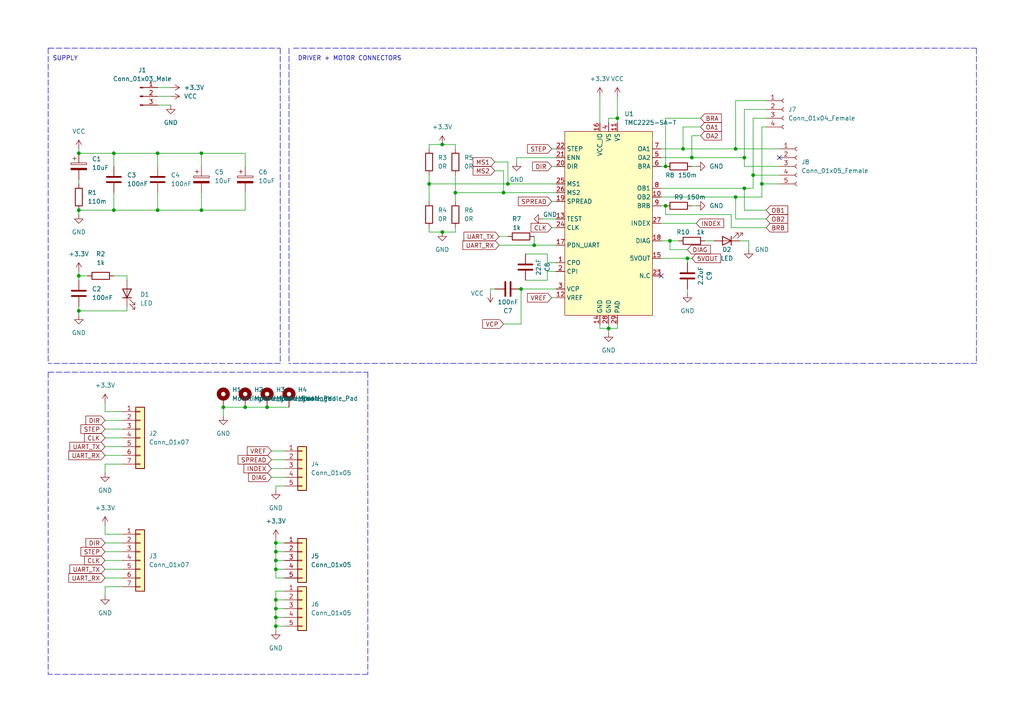
<source format=kicad_sch>
(kicad_sch (version 20211123) (generator eeschema)
  (paper "A4")
  (lib_symbols
    (symbol "Connector:Conn_01x03_Male" (pin_names (offset 1.016) hide)
      (property "Reference" "J" (at 0 5.08 0))
      (property "Value" "Conn_01x03_Male" (at 0 -5.08 0))
      (symbol "Conn_01x03_Male_1_1"
        (polyline (pts (xy 1.27 -2.54) (xy 0.8636 -2.54)) (stroke (width 0.1524)))
        (polyline (pts (xy 1.27 0) (xy 0.8636 0)) (stroke (width 0.1524)))
        (polyline (pts (xy 1.27 2.54) (xy 0.8636 2.54)) (stroke (width 0.1524)))
        (rectangle (start 0.8636 -2.413) (end 0 -2.667) (stroke (width 0.1524)) (fill (type outline)))
        (rectangle (start 0.8636 0.127) (end 0 -0.127) (stroke (width 0.1524)) (fill (type outline)))
        (rectangle (start 0.8636 2.667) (end 0 2.413) (stroke (width 0.1524)) (fill (type outline)))
        (pin passive line (at 5.08 2.54 180) (length 3.81) (name "Pin_1") (number "1"))
        (pin passive line (at 5.08 0 180) (length 3.81) (name "Pin_2") (number "2"))
        (pin passive line (at 5.08 -2.54 180) (length 3.81) (name "Pin_3") (number "3"))
      )
    )
    (symbol "Connector:Conn_01x04_Female" (pin_names (offset 1.016) hide)
      (property "Reference" "J" (at 0 5.08 0))
      (property "Value" "Conn_01x04_Female" (at 0 -7.62 0))
      (symbol "Conn_01x04_Female_1_1"
        (arc (start 0 -4.572) (mid -0.508 -5.08) (end 0 -5.588) (stroke (width 0.1524)))
        (arc (start 0 -2.032) (mid -0.508 -2.54) (end 0 -3.048) (stroke (width 0.1524)))
        (polyline (pts (xy -1.27 -5.08) (xy -0.508 -5.08)) (stroke (width 0.1524)))
        (polyline (pts (xy -1.27 -2.54) (xy -0.508 -2.54)) (stroke (width 0.1524)))
        (polyline (pts (xy -1.27 0) (xy -0.508 0)) (stroke (width 0.1524)))
        (polyline (pts (xy -1.27 2.54) (xy -0.508 2.54)) (stroke (width 0.1524)))
        (arc (start 0 0.508) (mid -0.508 0) (end 0 -0.508) (stroke (width 0.1524)))
        (arc (start 0 3.048) (mid -0.508 2.54) (end 0 2.032) (stroke (width 0.1524)))
        (pin passive line (at -5.08 2.54 0) (length 3.81) (name "Pin_1") (number "1"))
        (pin passive line (at -5.08 0 0) (length 3.81) (name "Pin_2") (number "2"))
        (pin passive line (at -5.08 -2.54 0) (length 3.81) (name "Pin_3") (number "3"))
        (pin passive line (at -5.08 -5.08 0) (length 3.81) (name "Pin_4") (number "4"))
      )
    )
    (symbol "Connector:Conn_01x05_Female" (pin_names (offset 1.016) hide)
      (property "Reference" "J" (at 0 7.62 0))
      (property "Value" "Conn_01x05_Female" (at 0 -7.62 0))
      (symbol "Conn_01x05_Female_1_1"
        (arc (start 0 -4.572) (mid -0.508 -5.08) (end 0 -5.588) (stroke (width 0.1524)))
        (arc (start 0 -2.032) (mid -0.508 -2.54) (end 0 -3.048) (stroke (width 0.1524)))
        (polyline (pts (xy -1.27 -5.08) (xy -0.508 -5.08)) (stroke (width 0.1524)))
        (polyline (pts (xy -1.27 -2.54) (xy -0.508 -2.54)) (stroke (width 0.1524)))
        (polyline (pts (xy -1.27 0) (xy -0.508 0)) (stroke (width 0.1524)))
        (polyline (pts (xy -1.27 2.54) (xy -0.508 2.54)) (stroke (width 0.1524)))
        (polyline (pts (xy -1.27 5.08) (xy -0.508 5.08)) (stroke (width 0.1524)))
        (arc (start 0 0.508) (mid -0.508 0) (end 0 -0.508) (stroke (width 0.1524)))
        (arc (start 0 3.048) (mid -0.508 2.54) (end 0 2.032) (stroke (width 0.1524)))
        (arc (start 0 5.588) (mid -0.508 5.08) (end 0 4.572) (stroke (width 0.1524)))
        (pin passive line (at -5.08 5.08 0) (length 3.81) (name "Pin_1") (number "1"))
        (pin passive line (at -5.08 2.54 0) (length 3.81) (name "Pin_2") (number "2"))
        (pin passive line (at -5.08 0 0) (length 3.81) (name "Pin_3") (number "3"))
        (pin passive line (at -5.08 -2.54 0) (length 3.81) (name "Pin_4") (number "4"))
        (pin passive line (at -5.08 -5.08 0) (length 3.81) (name "Pin_5") (number "5"))
      )
    )
    (symbol "Connector_Generic:Conn_01x05" (pin_names (offset 1.016) hide)
      (property "Reference" "J" (at 0 7.62 0))
      (property "Value" "Conn_01x05" (at 0 -7.62 0))
      (symbol "Conn_01x05_1_1"
        (rectangle (start -1.27 -4.953) (end 0 -5.207) (stroke (width 0.1524)))
        (rectangle (start -1.27 -2.413) (end 0 -2.667) (stroke (width 0.1524)))
        (rectangle (start -1.27 0.127) (end 0 -0.127) (stroke (width 0.1524)))
        (rectangle (start -1.27 2.667) (end 0 2.413) (stroke (width 0.1524)))
        (rectangle (start -1.27 5.207) (end 0 4.953) (stroke (width 0.1524)))
        (rectangle (start -1.27 6.35) (end 1.27 -6.35) (stroke (width 0.254)) (fill (type background)))
        (pin passive line (at -5.08 5.08 0) (length 3.81) (name "Pin_1") (number "1"))
        (pin passive line (at -5.08 2.54 0) (length 3.81) (name "Pin_2") (number "2"))
        (pin passive line (at -5.08 0 0) (length 3.81) (name "Pin_3") (number "3"))
        (pin passive line (at -5.08 -2.54 0) (length 3.81) (name "Pin_4") (number "4"))
        (pin passive line (at -5.08 -5.08 0) (length 3.81) (name "Pin_5") (number "5"))
      )
    )
    (symbol "Connector_Generic:Conn_01x07" (pin_names (offset 1.016) hide)
      (property "Reference" "J" (at 0 10.16 0))
      (property "Value" "Conn_01x07" (at 0 -10.16 0))
      (symbol "Conn_01x07_1_1"
        (rectangle (start -1.27 -7.493) (end 0 -7.747) (stroke (width 0.1524)))
        (rectangle (start -1.27 -4.953) (end 0 -5.207) (stroke (width 0.1524)))
        (rectangle (start -1.27 -2.413) (end 0 -2.667) (stroke (width 0.1524)))
        (rectangle (start -1.27 0.127) (end 0 -0.127) (stroke (width 0.1524)))
        (rectangle (start -1.27 2.667) (end 0 2.413) (stroke (width 0.1524)))
        (rectangle (start -1.27 5.207) (end 0 4.953) (stroke (width 0.1524)))
        (rectangle (start -1.27 7.747) (end 0 7.493) (stroke (width 0.1524)))
        (rectangle (start -1.27 8.89) (end 1.27 -8.89) (stroke (width 0.254)) (fill (type background)))
        (pin passive line (at -5.08 7.62 0) (length 3.81) (name "Pin_1") (number "1"))
        (pin passive line (at -5.08 5.08 0) (length 3.81) (name "Pin_2") (number "2"))
        (pin passive line (at -5.08 2.54 0) (length 3.81) (name "Pin_3") (number "3"))
        (pin passive line (at -5.08 0 0) (length 3.81) (name "Pin_4") (number "4"))
        (pin passive line (at -5.08 -2.54 0) (length 3.81) (name "Pin_5") (number "5"))
        (pin passive line (at -5.08 -5.08 0) (length 3.81) (name "Pin_6") (number "6"))
        (pin passive line (at -5.08 -7.62 0) (length 3.81) (name "Pin_7") (number "7"))
      )
    )
    (symbol "Custom_laptop:TMC2225-SA-T"
      (property "Reference" "U" (at -11.43 25.4 0))
      (property "Value" "TMC2225-SA-T" (at -13.97 -31.75 0))
      (symbol "TMC2225-SA-T_0_1"
        (rectangle (start -12.7 24.13) (end 12.7 -29.21) (fill (type background)))
      )
      (symbol "TMC2225-SA-T_1_1"
        (pin passive line (at -15.24 -13.97 0) (length 2.54) (name "CPO") (number "1"))
        (pin passive line (at 15.24 5.08 180) (length 2.54) (name "OB2") (number "10"))
        (pin power_in line (at 2.54 26.67 270) (length 2.54) (name "VS") (number "11"))
        (pin passive line (at -15.24 -24.13 0) (length 2.54) (name "VREF") (number "12"))
        (pin passive line (at -15.24 -1.27 0) (length 2.54) (name "TEST") (number "13"))
        (pin power_in line (at -2.54 -31.75 90) (length 2.54) (name "GND") (number "14"))
        (pin passive line (at 15.24 -12.7 180) (length 2.54) (name "5VOUT") (number "15"))
        (pin power_in line (at -2.54 26.67 270) (length 2.54) (name "VCC_IO") (number "16"))
        (pin passive line (at -15.24 -8.89 0) (length 2.54) (name "PDN_UART") (number "17"))
        (pin passive line (at 15.24 -7.62 180) (length 2.54) (name "DIAG") (number "18"))
        (pin passive line (at -15.24 3.81 0) (length 2.54) (name "SPREAD") (number "19"))
        (pin passive line (at -15.24 -16.51 0) (length 2.54) (name "CPI") (number "2"))
        (pin passive line (at -15.24 13.97 0) (length 2.54) (name "DIR") (number "20"))
        (pin passive line (at -15.24 16.51 0) (length 2.54) (name "ENN") (number "21"))
        (pin passive line (at -15.24 19.05 0) (length 2.54) (name "STEP") (number "22"))
        (pin passive line (at 15.24 -17.78 180) (length 2.54) (name "N.C") (number "23"))
        (pin passive line (at -15.24 -3.81 0) (length 2.54) (name "CLK") (number "24"))
        (pin passive line (at -15.24 8.89 0) (length 2.54) (name "MS1") (number "25"))
        (pin passive line (at -15.24 6.35 0) (length 2.54) (name "MS2") (number "26"))
        (pin passive line (at 15.24 -2.54 180) (length 2.54) (name "INDEX") (number "27"))
        (pin power_in line (at 0 -31.75 90) (length 2.54) (name "GND") (number "28"))
        (pin power_in line (at 2.54 -31.75 90) (length 2.54) (name "PAD") (number "29"))
        (pin passive line (at -15.24 -21.59 0) (length 2.54) (name "VCP") (number "3"))
        (pin power_in line (at 0 26.67 270) (length 2.54) (name "VS") (number "4"))
        (pin passive line (at 15.24 16.51 180) (length 2.54) (name "OA2") (number "5"))
        (pin passive line (at 15.24 13.97 180) (length 2.54) (name "BRA") (number "6"))
        (pin passive line (at 15.24 19.05 180) (length 2.54) (name "OA1") (number "7"))
        (pin passive line (at 15.24 7.62 180) (length 2.54) (name "OB1") (number "8"))
        (pin passive line (at 15.24 2.54 180) (length 2.54) (name "BRB") (number "9"))
      )
    )
    (symbol "Device:C" (pin_numbers hide) (pin_names (offset 0.254))
      (property "Reference" "C" (at 0.635 2.54 0))
      (property "Value" "C" (at 0.635 -2.54 0))
      (symbol "C_0_1"
        (polyline (pts (xy -2.032 -0.762) (xy 2.032 -0.762)) (stroke (width 0.508)))
        (polyline (pts (xy -2.032 0.762) (xy 2.032 0.762)) (stroke (width 0.508)))
      )
      (symbol "C_1_1"
        (pin passive line (at 0 3.81 270) (length 2.794) (name "~") (number "1"))
        (pin passive line (at 0 -3.81 90) (length 2.794) (name "~") (number "2"))
      )
    )
    (symbol "Device:C_Polarized" (pin_numbers hide) (pin_names (offset 0.254))
      (property "Reference" "C" (at 0.635 2.54 0))
      (property "Value" "C_Polarized" (at 0.635 -2.54 0))
      (symbol "C_Polarized_0_1"
        (rectangle (start -2.286 0.508) (end 2.286 1.016))
        (polyline (pts (xy -1.778 2.286) (xy -0.762 2.286)))
        (polyline (pts (xy -1.27 2.794) (xy -1.27 1.778)))
        (rectangle (start 2.286 -0.508) (end -2.286 -1.016) (fill (type outline)))
      )
      (symbol "C_Polarized_1_1"
        (pin passive line (at 0 3.81 270) (length 2.794) (name "~") (number "1"))
        (pin passive line (at 0 -3.81 90) (length 2.794) (name "~") (number "2"))
      )
    )
    (symbol "Device:LED" (pin_numbers hide) (pin_names (offset 1.016) hide)
      (property "Reference" "D" (at 0 2.54 0))
      (property "Value" "LED" (at 0 -2.54 0))
      (symbol "LED_0_1"
        (polyline (pts (xy -1.27 -1.27) (xy -1.27 1.27)) (stroke (width 0.254)))
        (polyline (pts (xy -1.27 0) (xy 1.27 0)))
        (polyline (pts (xy 1.27 -1.27) (xy 1.27 1.27) (xy -1.27 0) (xy 1.27 -1.27)) (stroke (width 0.254)))
        (polyline (pts (xy -3.048 -0.762) (xy -4.572 -2.286) (xy -3.81 -2.286) (xy -4.572 -2.286) (xy -4.572 -1.524)))
        (polyline (pts (xy -1.778 -0.762) (xy -3.302 -2.286) (xy -2.54 -2.286) (xy -3.302 -2.286) (xy -3.302 -1.524)))
      )
      (symbol "LED_1_1"
        (pin passive line (at -3.81 0 0) (length 2.54) (name "K") (number "1"))
        (pin passive line (at 3.81 0 180) (length 2.54) (name "A") (number "2"))
      )
    )
    (symbol "Device:R" (pin_numbers hide) (pin_names (offset 0))
      (property "Reference" "R" (at 2.032 0 90))
      (property "Value" "R" (at 0 0 90))
      (symbol "R_0_1"
        (rectangle (start -1.016 -2.54) (end 1.016 2.54) (stroke (width 0.254)))
      )
      (symbol "R_1_1"
        (pin passive line (at 0 3.81 270) (length 1.27) (name "~") (number "1"))
        (pin passive line (at 0 -3.81 90) (length 1.27) (name "~") (number "2"))
      )
    )
    (symbol "Mechanical:MountingHole_Pad" (pin_numbers hide) (pin_names (offset 1.016) hide)
      (property "Reference" "H" (at 0 6.35 0))
      (property "Value" "MountingHole_Pad" (at 0 4.445 0))
      (symbol "MountingHole_Pad_0_1"
        (circle (center 0 1.27) (radius 1.27) (stroke (width 1.27)))
      )
      (symbol "MountingHole_Pad_1_1"
        (pin input line (at 0 -2.54 90) (length 2.54) (name "1") (number "1"))
      )
    )
    (symbol "power:+3.3V" (power) (pin_names (offset 0))
      (property "Value" "+3.3V" (at 0 3.556 0))
      (symbol "+3.3V_0_1"
        (polyline (pts (xy -0.762 1.27) (xy 0 2.54)))
        (polyline (pts (xy 0 0) (xy 0 2.54)))
        (polyline (pts (xy 0 2.54) (xy 0.762 1.27)))
      )
      (symbol "+3.3V_1_1"
        (pin power_in line (at 0 0 90) (length 0) hide (name "+3.3V") (number "1"))
      )
    )
    (symbol "power:GND" (power) (pin_names (offset 0))
      (property "Value" "GND" (at 0 -3.81 0))
      (symbol "GND_0_1"
        (polyline (pts (xy 0 0) (xy 0 -1.27) (xy 1.27 -1.27) (xy 0 -2.54) (xy -1.27 -1.27) (xy 0 -1.27)))
      )
      (symbol "GND_1_1"
        (pin power_in line (at 0 0 270) (length 0) hide (name "GND") (number "1"))
      )
    )
    (symbol "power:VCC" (power) (pin_names (offset 0))
      (property "Value" "VCC" (at 0 3.81 0))
      (symbol "VCC_0_1"
        (polyline (pts (xy -0.762 1.27) (xy 0 2.54)))
        (polyline (pts (xy 0 0) (xy 0 2.54)))
        (polyline (pts (xy 0 2.54) (xy 0.762 1.27)))
      )
      (symbol "VCC_1_1"
        (pin power_in line (at 0 0 90) (length 0) hide (name "VCC") (number "1"))
      )
    )
  )
  (junction (at 194.31 69.85))
  (junction (at 80.01 181.61))
  (junction (at 213.36 43.18))
  (junction (at 80.01 162.56))
  (junction (at 132.08 55.88))
  (junction (at 33.02 44.45))
  (junction (at 215.9 54.61))
  (junction (at 154.94 71.12))
  (junction (at 213.36 57.15))
  (junction (at 45.72 44.45))
  (junction (at 198.12 43.18))
  (junction (at 193.04 48.26))
  (junction (at 71.12 118.11))
  (junction (at 200.66 45.72))
  (junction (at 146.05 55.88))
  (junction (at 77.47 118.11))
  (junction (at 22.86 44.45))
  (junction (at 179.07 34.29))
  (junction (at 33.02 60.96))
  (junction (at 176.53 95.25))
  (junction (at 80.01 165.1))
  (junction (at 45.72 60.96))
  (junction (at 64.77 118.11))
  (junction (at 58.42 44.45))
  (junction (at 58.42 60.96))
  (junction (at 124.46 53.34))
  (junction (at 128.27 41.91))
  (junction (at 80.01 173.99))
  (junction (at 80.01 176.53))
  (junction (at 151.13 83.82))
  (junction (at 80.01 179.07))
  (junction (at 215.9 45.72))
  (junction (at 199.39 74.93))
  (junction (at 128.27 67.31))
  (junction (at 220.98 53.34))
  (junction (at 80.01 157.48))
  (junction (at 22.86 60.96))
  (junction (at 218.44 50.8))
  (junction (at 147.32 53.34))
  (junction (at 22.86 80.01))
  (junction (at 80.01 160.02))
  (junction (at 193.04 59.69))
  (junction (at 22.86 90.17))
  (no_connect (at 226.06 45.72))
  (no_connect (at 191.77 80.01))
  (wire (pts (xy 124.46 43.18) (xy 124.46 41.91)))
  (wire (pts (xy 36.83 88.9) (xy 36.83 90.17)))
  (wire (pts (xy 35.56 119.38) (xy 30.48 119.38)))
  (wire (pts (xy 154.94 71.12) (xy 154.94 68.58)))
  (wire (pts (xy 191.77 57.15) (xy 213.36 57.15)))
  (wire (pts (xy 158.75 76.2) (xy 161.29 76.2)))
  (wire (pts (xy 147.32 46.99) (xy 147.32 53.34)))
  (wire (pts (xy 80.01 173.99) (xy 82.55 173.99)))
  (polyline (pts (xy 83.82 13.97) (xy 83.82 105.41)))
  (wire (pts (xy 78.74 138.43) (xy 82.55 138.43)))
  (wire (pts (xy 213.36 43.18) (xy 226.06 43.18)))
  (wire (pts (xy 80.01 171.45) (xy 82.55 171.45)))
  (wire (pts (xy 30.48 127) (xy 35.56 127)))
  (wire (pts (xy 146.05 49.53) (xy 146.05 55.88)))
  (wire (pts (xy 176.53 95.25) (xy 179.07 95.25)))
  (wire (pts (xy 33.02 44.45) (xy 45.72 44.45)))
  (wire (pts (xy 161.29 71.12) (xy 154.94 71.12)))
  (wire (pts (xy 193.04 34.29) (xy 203.2 34.29)))
  (wire (pts (xy 71.12 44.45) (xy 71.12 48.26)))
  (wire (pts (xy 160.02 66.04) (xy 161.29 66.04)))
  (wire (pts (xy 124.46 66.04) (xy 124.46 67.31)))
  (wire (pts (xy 80.01 162.56) (xy 80.01 165.1)))
  (wire (pts (xy 30.48 160.02) (xy 35.56 160.02)))
  (wire (pts (xy 80.01 156.21) (xy 80.01 157.48)))
  (polyline (pts (xy 13.97 107.95) (xy 106.68 107.95)))
  (wire (pts (xy 45.72 55.88) (xy 45.72 60.96)))
  (wire (pts (xy 193.04 62.23) (xy 212.09 62.23)))
  (wire (pts (xy 143.51 49.53) (xy 146.05 49.53)))
  (wire (pts (xy 80.01 165.1) (xy 82.55 165.1)))
  (wire (pts (xy 198.12 36.83) (xy 198.12 43.18)))
  (wire (pts (xy 199.39 76.2) (xy 199.39 74.93)))
  (polyline (pts (xy 13.97 107.95) (xy 13.97 195.58)))
  (wire (pts (xy 160.02 86.36) (xy 161.29 86.36)))
  (wire (pts (xy 144.78 68.58) (xy 147.32 68.58)))
  (wire (pts (xy 124.46 67.31) (xy 128.27 67.31)))
  (wire (pts (xy 45.72 48.26) (xy 45.72 44.45)))
  (wire (pts (xy 215.9 60.96) (xy 215.9 54.61)))
  (wire (pts (xy 30.48 132.08) (xy 35.56 132.08)))
  (wire (pts (xy 218.44 34.29) (xy 222.25 34.29)))
  (wire (pts (xy 176.53 95.25) (xy 176.53 96.52)))
  (wire (pts (xy 33.02 55.88) (xy 33.02 60.96)))
  (wire (pts (xy 80.01 176.53) (xy 82.55 176.53)))
  (wire (pts (xy 212.09 62.23) (xy 212.09 66.04)))
  (wire (pts (xy 36.83 90.17) (xy 22.86 90.17)))
  (wire (pts (xy 194.31 69.85) (xy 194.31 72.39)))
  (wire (pts (xy 80.01 160.02) (xy 82.55 160.02)))
  (wire (pts (xy 194.31 72.39) (xy 199.39 72.39)))
  (wire (pts (xy 132.08 50.8) (xy 132.08 55.88)))
  (polyline (pts (xy 81.28 105.41) (xy 13.97 105.41)))
  (wire (pts (xy 151.13 83.82) (xy 161.29 83.82)))
  (wire (pts (xy 80.01 157.48) (xy 80.01 160.02)))
  (wire (pts (xy 33.02 60.96) (xy 22.86 60.96)))
  (wire (pts (xy 77.47 118.11) (xy 83.82 118.11)))
  (wire (pts (xy 58.42 44.45) (xy 71.12 44.45)))
  (wire (pts (xy 213.36 57.15) (xy 220.98 57.15)))
  (wire (pts (xy 22.86 60.96) (xy 22.86 62.23)))
  (wire (pts (xy 144.78 71.12) (xy 154.94 71.12)))
  (wire (pts (xy 215.9 45.72) (xy 215.9 48.26)))
  (wire (pts (xy 200.66 39.37) (xy 200.66 45.72)))
  (wire (pts (xy 33.02 80.01) (xy 36.83 80.01)))
  (wire (pts (xy 143.51 46.99) (xy 147.32 46.99)))
  (polyline (pts (xy 106.68 195.58) (xy 13.97 195.58)))
  (wire (pts (xy 22.86 80.01) (xy 25.4 80.01)))
  (wire (pts (xy 80.01 179.07) (xy 80.01 176.53)))
  (wire (pts (xy 45.72 30.48) (xy 49.53 30.48)))
  (wire (pts (xy 124.46 50.8) (xy 124.46 53.34)))
  (wire (pts (xy 200.66 45.72) (xy 215.9 45.72)))
  (wire (pts (xy 199.39 74.93) (xy 200.66 74.93)))
  (wire (pts (xy 142.24 85.09) (xy 142.24 83.82)))
  (wire (pts (xy 80.01 181.61) (xy 80.01 179.07)))
  (wire (pts (xy 58.42 55.88) (xy 58.42 60.96)))
  (wire (pts (xy 212.09 66.04) (xy 222.25 66.04)))
  (wire (pts (xy 128.27 41.91) (xy 132.08 41.91)))
  (polyline (pts (xy 13.97 13.97) (xy 81.28 13.97)))
  (wire (pts (xy 22.86 90.17) (xy 22.86 91.44)))
  (wire (pts (xy 132.08 41.91) (xy 132.08 43.18)))
  (wire (pts (xy 64.77 118.11) (xy 64.77 120.65)))
  (wire (pts (xy 158.75 73.66) (xy 158.75 76.2)))
  (wire (pts (xy 71.12 118.11) (xy 77.47 118.11)))
  (wire (pts (xy 176.53 34.29) (xy 179.07 34.29)))
  (wire (pts (xy 191.77 64.77) (xy 201.93 64.77)))
  (wire (pts (xy 71.12 55.88) (xy 71.12 60.96)))
  (wire (pts (xy 146.05 55.88) (xy 161.29 55.88)))
  (wire (pts (xy 80.01 140.97) (xy 82.55 140.97)))
  (wire (pts (xy 80.01 157.48) (xy 82.55 157.48)))
  (wire (pts (xy 22.86 88.9) (xy 22.86 90.17)))
  (wire (pts (xy 203.2 39.37) (xy 200.66 39.37)))
  (wire (pts (xy 30.48 167.64) (xy 35.56 167.64)))
  (wire (pts (xy 33.02 48.26) (xy 33.02 44.45)))
  (wire (pts (xy 160.02 48.26) (xy 161.29 48.26)))
  (wire (pts (xy 71.12 60.96) (xy 58.42 60.96)))
  (polyline (pts (xy 81.28 13.97) (xy 81.28 105.41)))
  (wire (pts (xy 199.39 74.93) (xy 191.77 74.93)))
  (wire (pts (xy 30.48 121.92) (xy 35.56 121.92)))
  (wire (pts (xy 152.4 81.28) (xy 158.75 81.28)))
  (wire (pts (xy 78.74 135.89) (xy 82.55 135.89)))
  (wire (pts (xy 35.56 154.94) (xy 30.48 154.94)))
  (wire (pts (xy 132.08 55.88) (xy 146.05 55.88)))
  (wire (pts (xy 191.77 69.85) (xy 194.31 69.85)))
  (wire (pts (xy 200.66 48.26) (xy 201.93 48.26)))
  (wire (pts (xy 30.48 129.54) (xy 35.56 129.54)))
  (polyline (pts (xy 85.09 13.97) (xy 283.21 13.97)))
  (wire (pts (xy 30.48 162.56) (xy 35.56 162.56)))
  (wire (pts (xy 203.2 36.83) (xy 198.12 36.83)))
  (wire (pts (xy 45.72 60.96) (xy 33.02 60.96)))
  (wire (pts (xy 30.48 119.38) (xy 30.48 116.84)))
  (wire (pts (xy 220.98 36.83) (xy 222.25 36.83)))
  (wire (pts (xy 220.98 57.15) (xy 220.98 53.34)))
  (wire (pts (xy 222.25 63.5) (xy 213.36 63.5)))
  (wire (pts (xy 33.02 44.45) (xy 22.86 44.45)))
  (polyline (pts (xy 283.21 13.97) (xy 283.21 105.41)))
  (polyline (pts (xy 13.97 13.97) (xy 13.97 105.41)))
  (wire (pts (xy 194.31 69.85) (xy 196.85 69.85)))
  (wire (pts (xy 22.86 80.01) (xy 22.86 81.28)))
  (wire (pts (xy 215.9 45.72) (xy 215.9 31.75)))
  (wire (pts (xy 58.42 60.96) (xy 45.72 60.96)))
  (polyline (pts (xy 283.21 105.41) (xy 83.82 105.41)))
  (wire (pts (xy 191.77 54.61) (xy 215.9 54.61)))
  (wire (pts (xy 22.86 44.45) (xy 22.86 43.18)))
  (wire (pts (xy 30.48 134.62) (xy 35.56 134.62)))
  (wire (pts (xy 78.74 133.35) (xy 82.55 133.35)))
  (wire (pts (xy 191.77 43.18) (xy 198.12 43.18)))
  (wire (pts (xy 80.01 167.64) (xy 80.01 165.1)))
  (wire (pts (xy 215.9 48.26) (xy 226.06 48.26)))
  (wire (pts (xy 132.08 66.04) (xy 132.08 67.31)))
  (wire (pts (xy 36.83 80.01) (xy 36.83 81.28)))
  (wire (pts (xy 213.36 29.21) (xy 222.25 29.21)))
  (wire (pts (xy 173.99 27.94) (xy 173.99 35.56)))
  (wire (pts (xy 215.9 31.75) (xy 222.25 31.75)))
  (wire (pts (xy 176.53 93.98) (xy 176.53 95.25)))
  (wire (pts (xy 220.98 53.34) (xy 220.98 36.83)))
  (wire (pts (xy 218.44 50.8) (xy 226.06 50.8)))
  (wire (pts (xy 149.86 46.99) (xy 149.86 45.72)))
  (wire (pts (xy 191.77 45.72) (xy 200.66 45.72)))
  (wire (pts (xy 218.44 50.8) (xy 218.44 34.29)))
  (wire (pts (xy 82.55 167.64) (xy 80.01 167.64)))
  (wire (pts (xy 160.02 58.42) (xy 161.29 58.42)))
  (wire (pts (xy 30.48 157.48) (xy 35.56 157.48)))
  (wire (pts (xy 152.4 73.66) (xy 158.75 73.66)))
  (wire (pts (xy 198.12 43.18) (xy 213.36 43.18)))
  (wire (pts (xy 45.72 44.45) (xy 58.42 44.45)))
  (wire (pts (xy 22.86 78.74) (xy 22.86 80.01)))
  (wire (pts (xy 217.17 72.39) (xy 217.17 69.85)))
  (wire (pts (xy 80.01 182.88) (xy 80.01 181.61)))
  (wire (pts (xy 215.9 54.61) (xy 218.44 54.61)))
  (wire (pts (xy 45.72 27.94) (xy 49.53 27.94)))
  (wire (pts (xy 179.07 27.94) (xy 179.07 34.29)))
  (wire (pts (xy 217.17 69.85) (xy 214.63 69.85)))
  (wire (pts (xy 64.77 118.11) (xy 71.12 118.11)))
  (wire (pts (xy 158.75 78.74) (xy 161.29 78.74)))
  (wire (pts (xy 176.53 35.56) (xy 176.53 34.29)))
  (wire (pts (xy 132.08 55.88) (xy 132.08 58.42)))
  (polyline (pts (xy 106.68 107.95) (xy 106.68 195.58)))
  (wire (pts (xy 124.46 53.34) (xy 147.32 53.34)))
  (wire (pts (xy 30.48 165.1) (xy 35.56 165.1)))
  (wire (pts (xy 213.36 43.18) (xy 213.36 29.21)))
  (wire (pts (xy 128.27 67.31) (xy 132.08 67.31)))
  (wire (pts (xy 80.01 176.53) (xy 80.01 173.99)))
  (wire (pts (xy 149.86 45.72) (xy 161.29 45.72)))
  (wire (pts (xy 173.99 95.25) (xy 176.53 95.25)))
  (wire (pts (xy 179.07 93.98) (xy 179.07 95.25)))
  (wire (pts (xy 142.24 83.82) (xy 143.51 83.82)))
  (wire (pts (xy 80.01 160.02) (xy 80.01 162.56)))
  (wire (pts (xy 80.01 162.56) (xy 82.55 162.56)))
  (wire (pts (xy 146.05 93.98) (xy 151.13 93.98)))
  (wire (pts (xy 179.07 34.29) (xy 179.07 35.56)))
  (wire (pts (xy 22.86 52.07) (xy 22.86 53.34)))
  (wire (pts (xy 191.77 59.69) (xy 193.04 59.69)))
  (wire (pts (xy 213.36 57.15) (xy 213.36 63.5)))
  (wire (pts (xy 147.32 53.34) (xy 161.29 53.34)))
  (wire (pts (xy 220.98 53.34) (xy 226.06 53.34)))
  (wire (pts (xy 80.01 142.24) (xy 80.01 140.97)))
  (wire (pts (xy 193.04 59.69) (xy 193.04 62.23)))
  (wire (pts (xy 45.72 25.4) (xy 49.53 25.4)))
  (wire (pts (xy 160.02 43.18) (xy 161.29 43.18)))
  (wire (pts (xy 80.01 173.99) (xy 80.01 171.45)))
  (wire (pts (xy 30.48 137.16) (xy 30.48 134.62)))
  (wire (pts (xy 200.66 59.69) (xy 201.93 59.69)))
  (wire (pts (xy 158.75 81.28) (xy 158.75 78.74)))
  (wire (pts (xy 30.48 172.72) (xy 30.48 170.18)))
  (wire (pts (xy 80.01 181.61) (xy 82.55 181.61)))
  (wire (pts (xy 124.46 41.91) (xy 128.27 41.91)))
  (wire (pts (xy 204.47 69.85) (xy 207.01 69.85)))
  (wire (pts (xy 58.42 44.45) (xy 58.42 48.26)))
  (wire (pts (xy 151.13 93.98) (xy 151.13 83.82)))
  (wire (pts (xy 157.48 63.5) (xy 161.29 63.5)))
  (wire (pts (xy 124.46 53.34) (xy 124.46 58.42)))
  (wire (pts (xy 30.48 170.18) (xy 35.56 170.18)))
  (wire (pts (xy 193.04 48.26) (xy 193.04 34.29)))
  (wire (pts (xy 30.48 154.94) (xy 30.48 152.4)))
  (wire (pts (xy 173.99 93.98) (xy 173.99 95.25)))
  (wire (pts (xy 80.01 179.07) (xy 82.55 179.07)))
  (wire (pts (xy 199.39 83.82) (xy 199.39 85.09)))
  (wire (pts (xy 30.48 124.46) (xy 35.56 124.46)))
  (wire (pts (xy 218.44 54.61) (xy 218.44 50.8)))
  (wire (pts (xy 78.74 130.81) (xy 82.55 130.81)))
  (wire (pts (xy 191.77 48.26) (xy 193.04 48.26)))
  (wire (pts (xy 222.25 60.96) (xy 215.9 60.96)))
  (text "SUPPLY" (at 15.24 17.78 0) (effects (font (size 1.27 1.27)) (justify left bottom)))
  (text "DRIVER + MOTOR CONNECTORS" (at 86.36 17.78 0) (effects (font (size 1.27 1.27)) (justify left bottom)))
  (global_label "OB1" (shape input) (at 222.25 60.96 0) (property "Intersheet References" "${INTERSHEET_REFS}" (effects hide)))
  (global_label "OA2" (shape input) (at 203.2 39.37 0) (property "Intersheet References" "${INTERSHEET_REFS}" (effects hide)))
  (global_label "MS2" (shape input) (at 143.51 49.53 180) (property "Intersheet References" "${INTERSHEET_REFS}" (effects hide)))
  (global_label "STEP" (shape input) (at 30.48 160.02 180) (property "Intersheet References" "${INTERSHEET_REFS}" (effects hide)))
  (global_label "STEP" (shape input) (at 160.02 43.18 180) (property "Intersheet References" "${INTERSHEET_REFS}" (effects hide)))
  (global_label "DIR" (shape input) (at 30.48 121.92 180) (property "Intersheet References" "${INTERSHEET_REFS}" (effects hide)))
  (global_label "BRA" (shape input) (at 203.2 34.29 0) (property "Intersheet References" "${INTERSHEET_REFS}" (effects hide)))
  (global_label "CLK" (shape input) (at 30.48 127 180) (property "Intersheet References" "${INTERSHEET_REFS}" (effects hide)))
  (global_label "VREF" (shape input) (at 160.02 86.36 180) (property "Intersheet References" "${INTERSHEET_REFS}" (effects hide)))
  (global_label "STEP" (shape input) (at 30.48 124.46 180) (property "Intersheet References" "${INTERSHEET_REFS}" (effects hide)))
  (global_label "UART_RX" (shape input) (at 30.48 132.08 180) (property "Intersheet References" "${INTERSHEET_REFS}" (effects hide)))
  (global_label "OB2" (shape input) (at 222.25 63.5 0) (property "Intersheet References" "${INTERSHEET_REFS}" (effects hide)))
  (global_label "CLK" (shape input) (at 160.02 66.04 180) (property "Intersheet References" "${INTERSHEET_REFS}" (effects hide)))
  (global_label "SPREAD" (shape input) (at 160.02 58.42 180) (property "Intersheet References" "${INTERSHEET_REFS}" (effects hide)))
  (global_label "OA1" (shape input) (at 203.2 36.83 0) (property "Intersheet References" "${INTERSHEET_REFS}" (effects hide)))
  (global_label "UART_TX" (shape input) (at 144.78 68.58 180) (property "Intersheet References" "${INTERSHEET_REFS}" (effects hide)))
  (global_label "UART_RX" (shape input) (at 144.78 71.12 180) (property "Intersheet References" "${INTERSHEET_REFS}" (effects hide)))
  (global_label "DIAG" (shape input) (at 199.39 72.39 0) (property "Intersheet References" "${INTERSHEET_REFS}" (effects hide)))
  (global_label "UART_TX" (shape input) (at 30.48 129.54 180) (property "Intersheet References" "${INTERSHEET_REFS}" (effects hide)))
  (global_label "VREF" (shape input) (at 78.74 130.81 180) (property "Intersheet References" "${INTERSHEET_REFS}" (effects hide)))
  (global_label "INDEX" (shape input) (at 78.74 135.89 180) (property "Intersheet References" "${INTERSHEET_REFS}" (effects hide)))
  (global_label "5VOUT" (shape input) (at 200.66 74.93 0) (property "Intersheet References" "${INTERSHEET_REFS}" (effects hide)))
  (global_label "DIR" (shape input) (at 160.02 48.26 180) (property "Intersheet References" "${INTERSHEET_REFS}" (effects hide)))
  (global_label "VCP" (shape input) (at 146.05 93.98 180) (property "Intersheet References" "${INTERSHEET_REFS}" (effects hide)))
  (global_label "SPREAD" (shape input) (at 78.74 133.35 180) (property "Intersheet References" "${INTERSHEET_REFS}" (effects hide)))
  (global_label "UART_RX" (shape input) (at 30.48 167.64 180) (property "Intersheet References" "${INTERSHEET_REFS}" (effects hide)))
  (global_label "CLK" (shape input) (at 30.48 162.56 180) (property "Intersheet References" "${INTERSHEET_REFS}" (effects hide)))
  (global_label "INDEX" (shape input) (at 201.93 64.77 0) (property "Intersheet References" "${INTERSHEET_REFS}" (effects hide)))
  (global_label "DIR" (shape input) (at 30.48 157.48 180) (property "Intersheet References" "${INTERSHEET_REFS}" (effects hide)))
  (global_label "DIAG" (shape input) (at 78.74 138.43 180) (property "Intersheet References" "${INTERSHEET_REFS}" (effects hide)))
  (global_label "MS1" (shape input) (at 143.51 46.99 180) (property "Intersheet References" "${INTERSHEET_REFS}" (effects hide)))
  (global_label "UART_TX" (shape input) (at 30.48 165.1 180) (property "Intersheet References" "${INTERSHEET_REFS}" (effects hide)))
  (global_label "BRB" (shape input) (at 222.25 66.04 0) (property "Intersheet References" "${INTERSHEET_REFS}" (effects hide)))
  (symbol (lib_id "Custom_laptop:TMC2225-SA-T") (at 176.53 62.23 0) (unit 1)
    (property "Reference" "U1" (at 181.0894 33.02 0) (effects (justify left)))
    (property "Value" "TMC2225-SA-T" (at 181.0894 35.56 0) (effects (justify left)))
    (property "Footprint" "Package_SO:HTSSOP-28-1EP_4.4x9.7mm_P0.65mm_EP2.85x5.4mm_ThermalVias" (effects hide))
  )
  (symbol (lib_id "Device:R") (at 196.85 59.69 90) (unit 1)
    (property "Reference" "R9" (at 196.85 57.15 90))
    (property "Value" "150m" (at 201.93 57.15 90))
    (property "Footprint" "Resistor_SMD:R_1206_3216Metric_Pad1.30x1.75mm_HandSolder" (effects hide))
  )
  (symbol (lib_id "Mechanical:MountingHole_Pad") (at 83.82 115.57 0) (unit 1)
    (property "Reference" "H4" (at 86.36 113.0299 0) (effects (justify left)))
    (property "Value" "MountingHole_Pad" (at 86.36 115.5699 0) (effects (justify left)))
    (property "Footprint" "MountingHole:MountingHole_3.2mm_M3_Pad_Via" (effects hide))
  )
  (symbol (lib_id "Device:R") (at 196.85 48.26 90) (unit 1)
    (property "Reference" "R8" (at 194.31 50.8 90))
    (property "Value" "150m" (at 199.39 50.8 90))
    (property "Footprint" "Resistor_SMD:R_1206_3216Metric_Pad1.30x1.75mm_HandSolder" (effects hide))
  )
  (symbol (lib_id "Connector:Conn_01x03_Male") (at 40.64 27.94 0) (unit 1)
    (property "Reference" "J1" (at 41.275 20.32 0))
    (property "Value" "Conn_01x03_Male" (at 41.275 22.86 0))
    (property "Footprint" "Connector_JST:JST_XH_B3B-XH-A_1x03_P2.50mm_Vertical" (effects hide))
  )
  (symbol (lib_id "Device:LED") (at 210.82 69.85 180) (unit 1)
    (property "Reference" "D2" (at 210.82 72.39 0))
    (property "Value" "LED" (at 210.82 74.93 0))
    (property "Footprint" "LED_SMD:LED_0603_1608Metric_Pad1.05x0.95mm_HandSolder" (effects hide))
  )
  (symbol (lib_id "power:GND") (at 201.93 48.26 90) (unit 1)
    (property "Reference" "#PWR0105" (effects hide))
    (property "Value" "GND" (at 205.74 48.2599 90) (effects (justify right)))
  )
  (symbol (lib_id "Device:R") (at 200.66 69.85 270) (unit 1)
    (property "Reference" "R10" (at 198.12 67.31 90))
    (property "Value" "1k" (at 203.2 67.31 90))
    (property "Footprint" "Resistor_SMD:R_0603_1608Metric_Pad0.98x0.95mm_HandSolder" (effects hide))
  )
  (symbol (lib_id "power:+3.3V") (at 49.53 25.4 270) (unit 1)
    (property "Reference" "#PWR0123" (effects hide))
    (property "Value" "+3.3V" (at 53.34 25.3999 90) (effects (justify left)))
  )
  (symbol (lib_id "power:GND") (at 22.86 91.44 0) (unit 1)
    (property "Reference" "#PWR0115" (effects hide))
    (property "Value" "GND" (at 22.86 96.52 0))
  )
  (symbol (lib_id "Device:R") (at 22.86 57.15 0) (unit 1)
    (property "Reference" "R1" (at 25.4 55.8799 0) (effects (justify left)))
    (property "Value" "110m" (at 25.4 58.4199 0) (effects (justify left)))
    (property "Footprint" "Resistor_SMD:R_0603_1608Metric_Pad0.98x0.95mm_HandSolder" (effects hide))
  )
  (symbol (lib_id "power:GND") (at 22.86 62.23 0) (unit 1)
    (property "Reference" "#PWR0114" (effects hide))
    (property "Value" "GND" (at 22.86 67.31 0))
  )
  (symbol (lib_id "power:GND") (at 80.01 182.88 0) (unit 1)
    (property "Reference" "#PWR0121" (effects hide))
    (property "Value" "GND" (at 80.01 187.96 0))
  )
  (symbol (lib_id "power:GND") (at 176.53 96.52 0) (unit 1)
    (property "Reference" "#PWR0107" (effects hide))
    (property "Value" "GND" (at 176.53 101.6 0))
  )
  (symbol (lib_id "Device:C") (at 199.39 80.01 180) (unit 1)
    (property "Reference" "C9" (at 205.74 80.01 90))
    (property "Value" "2.2uF" (at 203.2 80.01 90))
    (property "Footprint" "Capacitor_SMD:C_0805_2012Metric_Pad1.18x1.45mm_HandSolder" (effects hide))
  )
  (symbol (lib_id "power:+3.3V") (at 22.86 78.74 0) (unit 1)
    (property "Reference" "#PWR0113" (effects hide))
    (property "Value" "+3.3V" (at 22.86 73.66 0))
  )
  (symbol (lib_id "Device:R") (at 132.08 62.23 180) (unit 1)
    (property "Reference" "R6" (at 134.62 60.9599 0) (effects (justify right)))
    (property "Value" "0R" (at 134.62 63.4999 0) (effects (justify right)))
    (property "Footprint" "Resistor_SMD:R_0603_1608Metric_Pad0.98x0.95mm_HandSolder" (effects hide))
  )
  (symbol (lib_id "power:VCC") (at 49.53 27.94 270) (unit 1)
    (property "Reference" "#PWR0122" (effects hide))
    (property "Value" "VCC" (at 53.34 27.9399 90) (effects (justify left)))
  )
  (symbol (lib_id "Connector_Generic:Conn_01x07") (at 40.64 127 0) (unit 1)
    (property "Reference" "J2" (at 43.18 125.7299 0) (effects (justify left)))
    (property "Value" "Conn_01x07" (at 43.18 128.2699 0) (effects (justify left)))
    (property "Footprint" "Connector_JST:JST_XH_B7B-XH-A_1x07_P2.50mm_Vertical" (effects hide))
  )
  (symbol (lib_id "Connector:Conn_01x05_Female") (at 231.14 48.26 0) (unit 1)
    (property "Reference" "J8" (at 232.41 46.9899 0) (effects (justify left)))
    (property "Value" "Conn_01x05_Female" (at 232.41 49.5299 0) (effects (justify left)))
    (property "Footprint" "Connector_JST:JST_XH_B5B-XH-A_1x05_P2.50mm_Vertical" (effects hide))
  )
  (symbol (lib_id "Device:C") (at 22.86 85.09 0) (unit 1)
    (property "Reference" "C2" (at 26.67 83.8199 0) (effects (justify left)))
    (property "Value" "100nF" (at 26.67 86.3599 0) (effects (justify left)))
    (property "Footprint" "Capacitor_SMD:C_0603_1608Metric_Pad1.08x0.95mm_HandSolder" (effects hide))
  )
  (symbol (lib_id "Device:C") (at 152.4 77.47 180) (unit 1)
    (property "Reference" "C8" (at 158.75 77.47 90))
    (property "Value" "22nF" (at 156.21 77.47 90))
    (property "Footprint" "Capacitor_SMD:C_0603_1608Metric_Pad1.08x0.95mm_HandSolder" (effects hide))
  )
  (symbol (lib_id "Device:C_Polarized") (at 58.42 52.07 0) (unit 1)
    (property "Reference" "C5" (at 62.23 49.9109 0) (effects (justify left)))
    (property "Value" "10uF" (at 62.23 52.4509 0) (effects (justify left)))
    (property "Footprint" "Capacitor_SMD:CP_Elec_4x5.7" (effects hide))
  )
  (symbol (lib_id "power:GND") (at 199.39 85.09 0) (unit 1)
    (property "Reference" "#PWR0104" (effects hide))
    (property "Value" "GND" (at 199.39 90.17 0))
  )
  (symbol (lib_id "power:GND") (at 30.48 172.72 0) (unit 1)
    (property "Reference" "#PWR0117" (effects hide))
    (property "Value" "GND" (at 30.48 177.8 0))
  )
  (symbol (lib_id "power:GND") (at 128.27 67.31 0) (unit 1)
    (property "Reference" "#PWR0112" (effects hide))
    (property "Value" "GND" (at 128.27 72.39 0))
  )
  (symbol (lib_id "Connector_Generic:Conn_01x05") (at 87.63 176.53 0) (unit 1)
    (property "Reference" "J6" (at 90.17 175.2599 0) (effects (justify left)))
    (property "Value" "Conn_01x05" (at 90.17 177.7999 0) (effects (justify left)))
    (property "Footprint" "Connector_PinHeader_2.54mm:PinHeader_1x05_P2.54mm_Vertical" (effects hide))
  )
  (symbol (lib_id "Device:LED") (at 36.83 85.09 90) (unit 1)
    (property "Reference" "D1" (at 40.64 85.4074 90) (effects (justify right)))
    (property "Value" "LED" (at 40.64 87.9474 90) (effects (justify right)))
    (property "Footprint" "LED_SMD:LED_0603_1608Metric_Pad1.05x0.95mm_HandSolder" (effects hide))
  )
  (symbol (lib_id "power:+3.3V") (at 173.99 27.94 0) (unit 1)
    (property "Reference" "#PWR0111" (effects hide))
    (property "Value" "+3.3V" (at 173.99 22.86 0))
  )
  (symbol (lib_id "Device:C") (at 33.02 52.07 0) (unit 1)
    (property "Reference" "C3" (at 36.83 50.7999 0) (effects (justify left)))
    (property "Value" "100nF" (at 36.83 53.3399 0) (effects (justify left)))
    (property "Footprint" "Capacitor_SMD:C_0603_1608Metric_Pad1.08x0.95mm_HandSolder" (effects hide))
  )
  (symbol (lib_id "Device:R") (at 124.46 46.99 180) (unit 1)
    (property "Reference" "R3" (at 127 45.7199 0) (effects (justify right)))
    (property "Value" "0R" (at 127 48.2599 0) (effects (justify right)))
    (property "Footprint" "Resistor_SMD:R_0603_1608Metric_Pad0.98x0.95mm_HandSolder" (effects hide))
  )
  (symbol (lib_id "power:GND") (at 49.53 30.48 0) (unit 1)
    (property "Reference" "#PWR0124" (effects hide))
    (property "Value" "GND" (at 49.53 35.56 0))
  )
  (symbol (lib_id "power:GND") (at 201.93 59.69 90) (unit 1)
    (property "Reference" "#PWR0106" (effects hide))
    (property "Value" "GND" (at 205.74 59.6899 90) (effects (justify right)))
  )
  (symbol (lib_id "power:+3.3V") (at 128.27 41.91 0) (unit 1)
    (property "Reference" "#PWR0109" (effects hide))
    (property "Value" "+3.3V" (at 128.27 36.83 0))
  )
  (symbol (lib_id "power:GND") (at 64.77 120.65 0) (unit 1)
    (property "Reference" "#PWR0120" (effects hide))
    (property "Value" "GND" (at 64.77 125.73 0))
  )
  (symbol (lib_id "Device:C_Polarized") (at 22.86 48.26 0) (unit 1)
    (property "Reference" "C1" (at 26.67 46.1009 0) (effects (justify left)))
    (property "Value" "10uF" (at 26.67 48.6409 0) (effects (justify left)))
    (property "Footprint" "Capacitor_SMD:CP_Elec_4x5.7" (effects hide))
  )
  (symbol (lib_id "Connector_Generic:Conn_01x07") (at 40.64 162.56 0) (unit 1)
    (property "Reference" "J3" (at 43.18 161.2899 0) (effects (justify left)))
    (property "Value" "Conn_01x07" (at 43.18 163.8299 0) (effects (justify left)))
    (property "Footprint" "Connector_PinHeader_2.54mm:PinHeader_1x07_P2.54mm_Vertical" (effects hide))
  )
  (symbol (lib_id "power:VCC") (at 179.07 27.94 0) (unit 1)
    (property "Reference" "#PWR0110" (effects hide))
    (property "Value" "VCC" (at 179.07 22.86 0))
  )
  (symbol (lib_id "Device:R") (at 124.46 62.23 180) (unit 1)
    (property "Reference" "R4" (at 127 60.9599 0) (effects (justify right)))
    (property "Value" "0R" (at 127 63.4999 0) (effects (justify right)))
    (property "Footprint" "Resistor_SMD:R_0603_1608Metric_Pad0.98x0.95mm_HandSolder" (effects hide))
  )
  (symbol (lib_id "Connector_Generic:Conn_01x05") (at 87.63 162.56 0) (unit 1)
    (property "Reference" "J5" (at 90.17 161.2899 0) (effects (justify left)))
    (property "Value" "Conn_01x05" (at 90.17 163.8299 0) (effects (justify left)))
    (property "Footprint" "Connector_PinHeader_2.54mm:PinHeader_1x05_P2.54mm_Vertical" (effects hide))
  )
  (symbol (lib_id "Mechanical:MountingHole_Pad") (at 64.77 115.57 0) (unit 1)
    (property "Reference" "H1" (at 67.31 113.0299 0) (effects (justify left)))
    (property "Value" "MountingHole_Pad" (at 67.31 115.5699 0) (effects (justify left)))
    (property "Footprint" "MountingHole:MountingHole_3.2mm_M3_Pad_Via" (effects hide))
  )
  (symbol (lib_id "Connector_Generic:Conn_01x05") (at 87.63 135.89 0) (unit 1)
    (property "Reference" "J4" (at 90.17 134.6199 0) (effects (justify left)))
    (property "Value" "Conn_01x05" (at 90.17 137.1599 0) (effects (justify left)))
    (property "Footprint" "Connector_PinHeader_2.54mm:PinHeader_1x05_P2.54mm_Vertical" (effects hide))
  )
  (symbol (lib_id "Connector:Conn_01x04_Female") (at 227.33 31.75 0) (unit 1)
    (property "Reference" "J7" (at 228.6 31.7499 0) (effects (justify left)))
    (property "Value" "Conn_01x04_Female" (at 228.6 34.2899 0) (effects (justify left)))
    (property "Footprint" "Connector_JST:JST_XH_B4B-XH-A_1x04_P2.50mm_Vertical" (effects hide))
  )
  (symbol (lib_id "power:GND") (at 80.01 142.24 0) (unit 1)
    (property "Reference" "#PWR0126" (effects hide))
    (property "Value" "GND" (at 80.01 147.32 0))
  )
  (symbol (lib_id "power:+3.3V") (at 80.01 156.21 0) (unit 1)
    (property "Reference" "#PWR0127" (effects hide))
    (property "Value" "+3.3V" (at 80.01 151.13 0))
  )
  (symbol (lib_id "power:VCC") (at 142.24 85.09 180) (unit 1)
    (property "Reference" "#PWR0101" (effects hide))
    (property "Value" "VCC" (at 138.43 85.09 0))
  )
  (symbol (lib_id "power:+3.3V") (at 30.48 152.4 0) (unit 1)
    (property "Reference" "#PWR0116" (effects hide))
    (property "Value" "+3.3V" (at 30.48 147.32 0))
  )
  (symbol (lib_id "Mechanical:MountingHole_Pad") (at 77.47 115.57 0) (unit 1)
    (property "Reference" "H3" (at 80.01 113.0299 0) (effects (justify left)))
    (property "Value" "MountingHole_Pad" (at 80.01 115.5699 0) (effects (justify left)))
    (property "Footprint" "MountingHole:MountingHole_3.2mm_M3_Pad_Via" (effects hide))
  )
  (symbol (lib_id "power:GND") (at 30.48 137.16 0) (unit 1)
    (property "Reference" "#PWR0118" (effects hide))
    (property "Value" "GND" (at 30.48 142.24 0))
  )
  (symbol (lib_id "Device:C_Polarized") (at 71.12 52.07 0) (unit 1)
    (property "Reference" "C6" (at 74.93 49.9109 0) (effects (justify left)))
    (property "Value" "10uF" (at 74.93 52.4509 0) (effects (justify left)))
    (property "Footprint" "Capacitor_SMD:CP_Elec_4x5.7" (effects hide))
  )
  (symbol (lib_id "Device:R") (at 29.21 80.01 90) (unit 1)
    (property "Reference" "R2" (at 29.21 73.66 90))
    (property "Value" "1k" (at 29.21 76.2 90))
    (property "Footprint" "Resistor_SMD:R_0603_1608Metric_Pad0.98x0.95mm_HandSolder" (effects hide))
  )
  (symbol (lib_id "power:GND") (at 157.48 63.5 270) (unit 1)
    (property "Reference" "#PWR0103" (effects hide))
    (property "Value" "GND" (at 157.48 62.23 90) (effects (justify left)))
  )
  (symbol (lib_id "Mechanical:MountingHole_Pad") (at 71.12 115.57 0) (unit 1)
    (property "Reference" "H2" (at 73.66 113.0299 0) (effects (justify left)))
    (property "Value" "MountingHole_Pad" (at 73.66 115.5699 0) (effects (justify left)))
    (property "Footprint" "MountingHole:MountingHole_3.2mm_M3_Pad_Via" (effects hide))
  )
  (symbol (lib_id "power:+3.3V") (at 30.48 116.84 0) (unit 1)
    (property "Reference" "#PWR0119" (effects hide))
    (property "Value" "+3.3V" (at 30.48 111.76 0))
  )
  (symbol (lib_id "power:VCC") (at 22.86 43.18 0) (unit 1)
    (property "Reference" "#PWR0125" (effects hide))
    (property "Value" "VCC" (at 22.86 38.1 0))
  )
  (symbol (lib_id "Device:R") (at 132.08 46.99 180) (unit 1)
    (property "Reference" "R5" (at 134.62 45.7199 0) (effects (justify right)))
    (property "Value" "0R" (at 134.62 48.2599 0) (effects (justify right)))
    (property "Footprint" "Resistor_SMD:R_0603_1608Metric_Pad0.98x0.95mm_HandSolder" (effects hide))
  )
  (symbol (lib_id "Device:C") (at 45.72 52.07 0) (unit 1)
    (property "Reference" "C4" (at 49.53 50.7999 0) (effects (justify left)))
    (property "Value" "100nF" (at 49.53 53.3399 0) (effects (justify left)))
    (property "Footprint" "Capacitor_SMD:C_0603_1608Metric_Pad1.08x0.95mm_HandSolder" (effects hide))
  )
  (symbol (lib_id "power:GND") (at 149.86 46.99 0) (unit 1)
    (property "Reference" "#PWR0102" (effects hide))
    (property "Value" "GND" (at 149.86 52.07 0))
  )
  (symbol (lib_id "Device:C") (at 147.32 83.82 90) (unit 1)
    (property "Reference" "C7" (at 147.32 90.17 90))
    (property "Value" "100nF" (at 147.32 87.63 90))
    (property "Footprint" "Capacitor_SMD:C_0603_1608Metric_Pad1.08x0.95mm_HandSolder" (effects hide))
  )
  (symbol (lib_id "Device:R") (at 151.13 68.58 270) (unit 1)
    (property "Reference" "R7" (at 149.86 63.5 90))
    (property "Value" "1k" (at 149.86 66.04 90))
    (property "Footprint" "Resistor_SMD:R_0603_1608Metric_Pad0.98x0.95mm_HandSolder" (effects hide))
  )
  (symbol (lib_id "power:GND") (at 217.17 72.39 0) (unit 1)
    (property "Reference" "#PWR0108" (effects hide))
    (property "Value" "GND" (at 220.98 72.39 0))
  )
)
</source>
